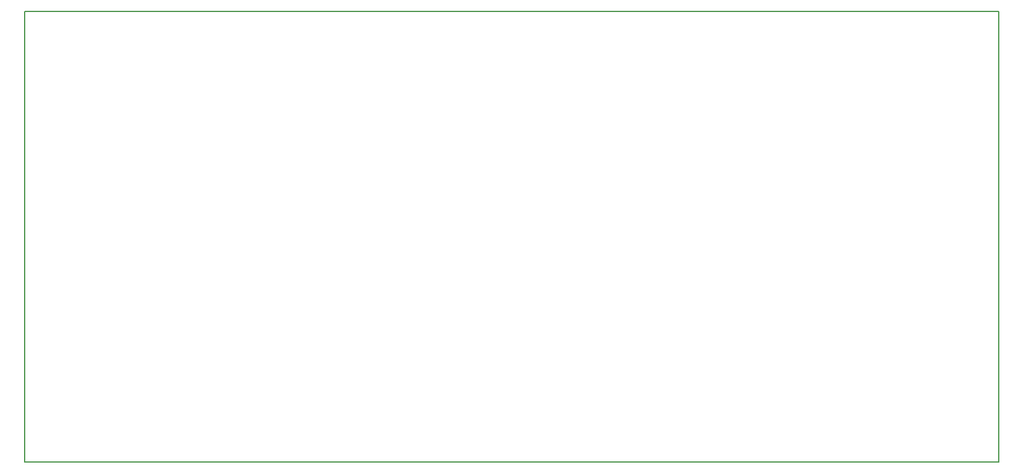
<source format=gm1>
G04 #@! TF.FileFunction,Profile,NP*
%FSLAX46Y46*%
G04 Gerber Fmt 4.6, Leading zero omitted, Abs format (unit mm)*
G04 Created by KiCad (PCBNEW 4.0.7-e2-6376~58~ubuntu16.04.1) date Thu Oct 31 20:50:36 2019*
%MOMM*%
%LPD*%
G01*
G04 APERTURE LIST*
%ADD10C,0.100000*%
%ADD11C,0.150000*%
G04 APERTURE END LIST*
D10*
D11*
X22860000Y-120650000D02*
X22860000Y-121920000D01*
X160020000Y-120650000D02*
X22860000Y-120650000D01*
X160020000Y-121920000D02*
X160020000Y-120650000D01*
X160020000Y-184150000D02*
X160020000Y-121920000D01*
X22860000Y-184150000D02*
X160020000Y-184150000D01*
X22860000Y-121920000D02*
X22860000Y-184150000D01*
M02*

</source>
